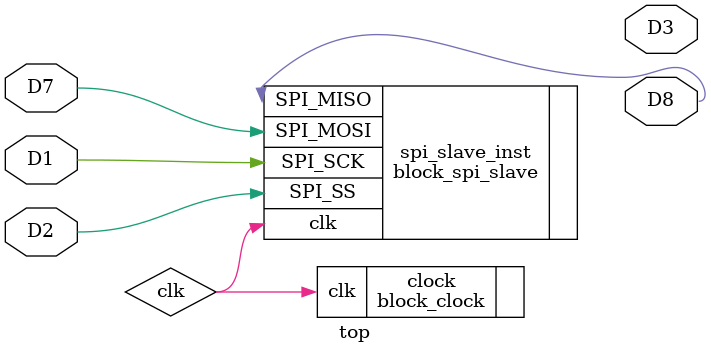
<source format=v>
`timescale 1ns / 1ps

module top(output D3, input D1, input D2, input D7, output D8);

wire clk;

block_clock clock(.clk(clk));
block_spi_slave spi_slave_inst(.clk(clk), .SPI_SCK(D1), .SPI_SS(D2), .SPI_MOSI(D7),
                               .SPI_MISO(D8)
                              );
block_async_fifo fifo(.w_clk(w_clk));
endmodule

</source>
